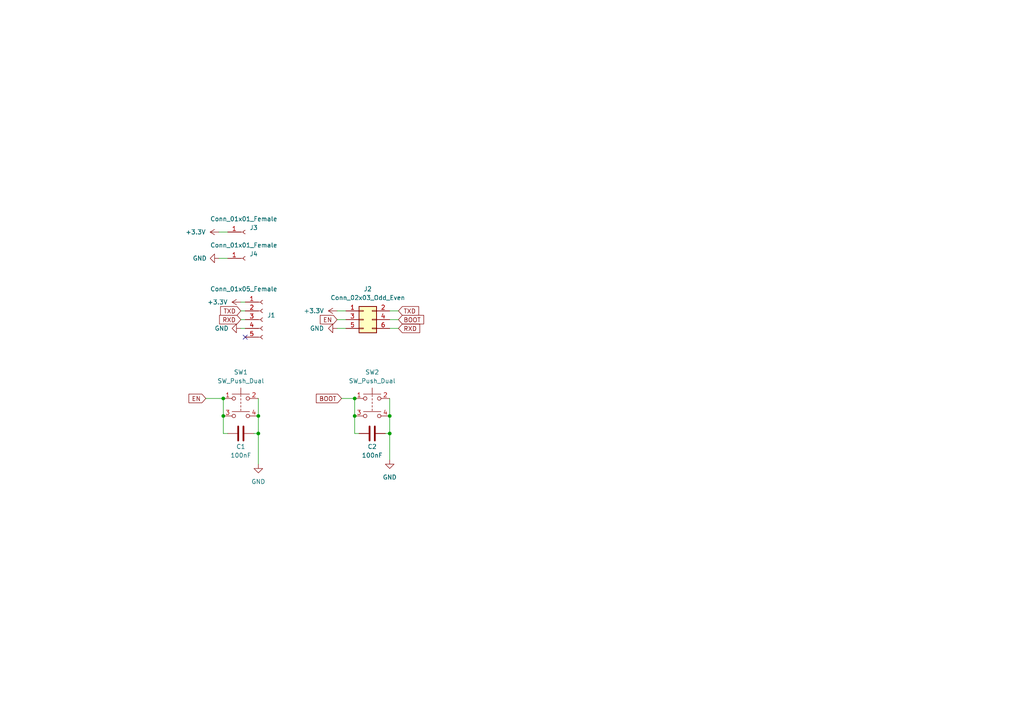
<source format=kicad_sch>
(kicad_sch (version 20211123) (generator eeschema)
  (paper "A4")
  (lib_symbols
    (symbol "Connector:Conn_01x01_Female" (pin_names (offset 1.016) hide)
      (property "Reference" "J" (at 0 2.54 0))
      (property "Value" "Conn_01x01_Female" (at 0 -2.54 0))
      (symbol "Conn_01x01_Female_1_1"
        (polyline (pts (xy -1.27 0) (xy -0.508 0)) (stroke (width 0.1524)))
        (arc (start 0 0.508) (mid -0.508 0) (end 0 -0.508) (stroke (width 0.1524)))
        (pin passive line (at -5.08 0 0) (length 3.81) (name "Pin_1") (number "1"))
      )
    )
    (symbol "Connector:Conn_01x05_Female" (pin_names (offset 1.016) hide)
      (property "Reference" "J" (at 0 7.62 0))
      (property "Value" "Conn_01x05_Female" (at 0 -7.62 0))
      (symbol "Conn_01x05_Female_1_1"
        (arc (start 0 -4.572) (mid -0.508 -5.08) (end 0 -5.588) (stroke (width 0.1524)))
        (arc (start 0 -2.032) (mid -0.508 -2.54) (end 0 -3.048) (stroke (width 0.1524)))
        (polyline (pts (xy -1.27 -5.08) (xy -0.508 -5.08)) (stroke (width 0.1524)))
        (polyline (pts (xy -1.27 -2.54) (xy -0.508 -2.54)) (stroke (width 0.1524)))
        (polyline (pts (xy -1.27 0) (xy -0.508 0)) (stroke (width 0.1524)))
        (polyline (pts (xy -1.27 2.54) (xy -0.508 2.54)) (stroke (width 0.1524)))
        (polyline (pts (xy -1.27 5.08) (xy -0.508 5.08)) (stroke (width 0.1524)))
        (arc (start 0 0.508) (mid -0.508 0) (end 0 -0.508) (stroke (width 0.1524)))
        (arc (start 0 3.048) (mid -0.508 2.54) (end 0 2.032) (stroke (width 0.1524)))
        (arc (start 0 5.588) (mid -0.508 5.08) (end 0 4.572) (stroke (width 0.1524)))
        (pin passive line (at -5.08 5.08 0) (length 3.81) (name "Pin_1") (number "1"))
        (pin passive line (at -5.08 2.54 0) (length 3.81) (name "Pin_2") (number "2"))
        (pin passive line (at -5.08 0 0) (length 3.81) (name "Pin_3") (number "3"))
        (pin passive line (at -5.08 -2.54 0) (length 3.81) (name "Pin_4") (number "4"))
        (pin passive line (at -5.08 -5.08 0) (length 3.81) (name "Pin_5") (number "5"))
      )
    )
    (symbol "Connector_Generic:Conn_02x03_Odd_Even" (pin_names (offset 1.016) hide)
      (property "Reference" "J" (at 1.27 5.08 0))
      (property "Value" "Conn_02x03_Odd_Even" (at 1.27 -5.08 0))
      (symbol "Conn_02x03_Odd_Even_1_1"
        (rectangle (start -1.27 -2.413) (end 0 -2.667) (stroke (width 0.1524)))
        (rectangle (start -1.27 0.127) (end 0 -0.127) (stroke (width 0.1524)))
        (rectangle (start -1.27 2.667) (end 0 2.413) (stroke (width 0.1524)))
        (rectangle (start -1.27 3.81) (end 3.81 -3.81) (stroke (width 0.254)) (fill (type background)))
        (rectangle (start 3.81 -2.413) (end 2.54 -2.667) (stroke (width 0.1524)))
        (rectangle (start 3.81 0.127) (end 2.54 -0.127) (stroke (width 0.1524)))
        (rectangle (start 3.81 2.667) (end 2.54 2.413) (stroke (width 0.1524)))
        (pin passive line (at -5.08 2.54 0) (length 3.81) (name "Pin_1") (number "1"))
        (pin passive line (at 7.62 2.54 180) (length 3.81) (name "Pin_2") (number "2"))
        (pin passive line (at -5.08 0 0) (length 3.81) (name "Pin_3") (number "3"))
        (pin passive line (at 7.62 0 180) (length 3.81) (name "Pin_4") (number "4"))
        (pin passive line (at -5.08 -2.54 0) (length 3.81) (name "Pin_5") (number "5"))
        (pin passive line (at 7.62 -2.54 180) (length 3.81) (name "Pin_6") (number "6"))
      )
    )
    (symbol "Device:C" (pin_numbers hide) (pin_names (offset 0.254))
      (property "Reference" "C" (at 0.635 2.54 0))
      (property "Value" "C" (at 0.635 -2.54 0))
      (symbol "C_0_1"
        (polyline (pts (xy -2.032 -0.762) (xy 2.032 -0.762)) (stroke (width 0.508)))
        (polyline (pts (xy -2.032 0.762) (xy 2.032 0.762)) (stroke (width 0.508)))
      )
      (symbol "C_1_1"
        (pin passive line (at 0 3.81 270) (length 2.794) (name "~") (number "1"))
        (pin passive line (at 0 -3.81 90) (length 2.794) (name "~") (number "2"))
      )
    )
    (symbol "Switch:SW_Push_Dual" (pin_names (offset 1.016) hide)
      (property "Reference" "SW" (at 1.27 2.54 0))
      (property "Value" "SW_Push_Dual" (at 0 -6.858 0))
      (symbol "SW_Push_Dual_0_1"
        (circle (center -2.032 -5.08) (radius 0.508))
        (circle (center -2.032 0) (radius 0.508))
        (polyline (pts (xy 0 -3.048) (xy 0 -3.556)))
        (polyline (pts (xy 0 -2.032) (xy 0 -2.54)))
        (polyline (pts (xy 0 -1.524) (xy 0 -1.016)))
        (polyline (pts (xy 0 -0.508) (xy 0 0)))
        (polyline (pts (xy 0 0.508) (xy 0 1.016)))
        (polyline (pts (xy 0 1.27) (xy 0 3.048)))
        (polyline (pts (xy 2.54 -3.81) (xy -2.54 -3.81)))
        (polyline (pts (xy 2.54 1.27) (xy -2.54 1.27)))
        (circle (center 2.032 -5.08) (radius 0.508))
        (circle (center 2.032 0) (radius 0.508))
        (pin passive line (at -5.08 0 0) (length 2.54) (name "1") (number "1"))
        (pin passive line (at 5.08 0 180) (length 2.54) (name "2") (number "2"))
        (pin passive line (at -5.08 -5.08 0) (length 2.54) (name "3") (number "3"))
        (pin passive line (at 5.08 -5.08 180) (length 2.54) (name "4") (number "4"))
      )
    )
    (symbol "power:+3.3V" (power) (pin_names (offset 0))
      (property "Value" "+3.3V" (at 0 3.556 0))
      (symbol "+3.3V_0_1"
        (polyline (pts (xy -0.762 1.27) (xy 0 2.54)))
        (polyline (pts (xy 0 0) (xy 0 2.54)))
        (polyline (pts (xy 0 2.54) (xy 0.762 1.27)))
      )
      (symbol "+3.3V_1_1"
        (pin power_in line (at 0 0 90) (length 0) hide (name "+3.3V") (number "1"))
      )
    )
    (symbol "power:GND" (power) (pin_names (offset 0))
      (property "Value" "GND" (at 0 -3.81 0))
      (symbol "GND_0_1"
        (polyline (pts (xy 0 0) (xy 0 -1.27) (xy 1.27 -1.27) (xy 0 -2.54) (xy -1.27 -1.27) (xy 0 -1.27)))
      )
      (symbol "GND_1_1"
        (pin power_in line (at 0 0 270) (length 0) hide (name "GND") (number "1"))
      )
    )
  )
  (junction (at 64.77 115.57))
  (junction (at 74.93 125.73))
  (junction (at 64.77 120.65))
  (junction (at 113.03 120.65))
  (junction (at 113.03 125.73))
  (junction (at 102.87 115.57))
  (junction (at 102.87 120.65))
  (junction (at 74.93 120.65))
  (no_connect (at 71.12 97.79))
  (wire (pts (xy 64.77 125.73) (xy 66.04 125.73)))
  (wire (pts (xy 102.87 115.57) (xy 102.87 120.65)))
  (wire (pts (xy 99.06 115.57) (xy 102.87 115.57)))
  (wire (pts (xy 69.85 92.71) (xy 71.12 92.71)))
  (wire (pts (xy 113.03 120.65) (xy 113.03 125.73)))
  (wire (pts (xy 113.03 115.57) (xy 113.03 120.65)))
  (wire (pts (xy 69.85 87.63) (xy 71.12 87.63)))
  (wire (pts (xy 113.03 125.73) (xy 113.03 133.35)))
  (wire (pts (xy 69.85 95.25) (xy 71.12 95.25)))
  (wire (pts (xy 111.76 125.73) (xy 113.03 125.73)))
  (wire (pts (xy 63.5 74.93) (xy 66.04 74.93)))
  (wire (pts (xy 69.85 90.17) (xy 71.12 90.17)))
  (wire (pts (xy 102.87 125.73) (xy 104.14 125.73)))
  (wire (pts (xy 73.66 125.73) (xy 74.93 125.73)))
  (wire (pts (xy 97.79 92.71) (xy 100.33 92.71)))
  (wire (pts (xy 113.03 92.71) (xy 115.57 92.71)))
  (wire (pts (xy 113.03 95.25) (xy 115.57 95.25)))
  (wire (pts (xy 64.77 115.57) (xy 64.77 120.65)))
  (wire (pts (xy 113.03 90.17) (xy 115.57 90.17)))
  (wire (pts (xy 97.79 95.25) (xy 100.33 95.25)))
  (wire (pts (xy 59.69 115.57) (xy 64.77 115.57)))
  (wire (pts (xy 102.87 120.65) (xy 102.87 125.73)))
  (wire (pts (xy 74.93 115.57) (xy 74.93 120.65)))
  (wire (pts (xy 97.79 90.17) (xy 100.33 90.17)))
  (wire (pts (xy 64.77 120.65) (xy 64.77 125.73)))
  (wire (pts (xy 63.5 67.31) (xy 66.04 67.31)))
  (wire (pts (xy 74.93 120.65) (xy 74.93 125.73)))
  (wire (pts (xy 74.93 125.73) (xy 74.93 134.62)))
  (global_label "BOOT" (shape input) (at 99.06 115.57 180) (property "Intersheet References" "${INTERSHEET_REFS}" (effects hide)))
  (global_label "RXD" (shape input) (at 115.57 95.25 0) (property "Intersheet References" "${INTERSHEET_REFS}" (effects hide)))
  (global_label "EN" (shape input) (at 97.79 92.71 180) (property "Intersheet References" "${INTERSHEET_REFS}" (effects hide)))
  (global_label "TXD" (shape input) (at 69.85 90.17 180) (property "Intersheet References" "${INTERSHEET_REFS}" (effects hide)))
  (global_label "EN" (shape input) (at 59.69 115.57 180) (property "Intersheet References" "${INTERSHEET_REFS}" (effects hide)))
  (global_label "TXD" (shape input) (at 115.57 90.17 0) (property "Intersheet References" "${INTERSHEET_REFS}" (effects hide)))
  (global_label "BOOT" (shape input) (at 115.57 92.71 0) (property "Intersheet References" "${INTERSHEET_REFS}" (effects hide)))
  (global_label "RXD" (shape input) (at 69.85 92.71 180) (property "Intersheet References" "${INTERSHEET_REFS}" (effects hide)))
  (symbol (lib_id "Device:C") (at 69.85 125.73 90) (unit 1)
    (property "Reference" "C1" (at 69.85 129.54 90))
    (property "Value" "100nF" (at 69.85 132.08 90))
    (property "Footprint" "Capacitor_SMD:C_0805_2012Metric" (effects hide))
  )
  (symbol (lib_id "Switch:SW_Push_Dual") (at 69.85 115.57 0) (unit 1)
    (property "Reference" "SW1" (at 69.85 107.95 0))
    (property "Value" "SW_Push_Dual" (at 69.85 110.49 0))
    (property "Footprint" "Button_Switch_SMD:SW_Push_1P1T_NO_6x6mm_H9.5mm" (effects hide))
  )
  (symbol (lib_id "Switch:SW_Push_Dual") (at 107.95 115.57 0) (unit 1)
    (property "Reference" "SW2" (at 107.95 107.95 0))
    (property "Value" "SW_Push_Dual" (at 107.95 110.49 0))
    (property "Footprint" "Button_Switch_SMD:SW_Push_1P1T_NO_6x6mm_H9.5mm" (effects hide))
  )
  (symbol (lib_id "power:+3.3V") (at 69.85 87.63 90) (unit 1)
    (property "Reference" "#PWR0103" (effects hide))
    (property "Value" "+3.3V" (at 66.04 87.6299 90) (effects (justify left)))
  )
  (symbol (lib_id "Connector:Conn_01x01_Female") (at 71.12 67.31 0) (unit 1)
    (property "Reference" "J3" (at 72.39 66.0399 0) (effects (justify left)))
    (property "Value" "Conn_01x01_Female" (at 60.96 63.4999 0) (effects (justify left)))
    (property "Footprint" "Connector_PinSocket_2.54mm:PinSocket_1x01_P2.54mm_Vertical" (effects hide))
  )
  (symbol (lib_id "Connector_Generic:Conn_02x03_Odd_Even") (at 105.41 92.71 0) (unit 1)
    (property "Reference" "J2" (at 106.68 83.82 0))
    (property "Value" "Conn_02x03_Odd_Even" (at 106.68 86.36 0))
    (property "Footprint" "Connector_IDC:IDC-Header_2x03_P2.54mm_Vertical" (effects hide))
  )
  (symbol (lib_id "power:GND") (at 74.93 134.62 0) (unit 1)
    (property "Reference" "#PWR01" (effects hide))
    (property "Value" "GND" (at 74.93 139.7 0))
  )
  (symbol (lib_id "power:GND") (at 113.03 133.35 0) (unit 1)
    (property "Reference" "#PWR02" (effects hide))
    (property "Value" "GND" (at 113.03 138.43 0))
  )
  (symbol (lib_id "Device:C") (at 107.95 125.73 90) (unit 1)
    (property "Reference" "C2" (at 107.95 129.54 90))
    (property "Value" "100nF" (at 107.95 132.08 90))
    (property "Footprint" "Capacitor_SMD:C_0805_2012Metric" (effects hide))
  )
  (symbol (lib_id "power:GND") (at 97.79 95.25 270) (unit 1)
    (property "Reference" "#PWR0102" (effects hide))
    (property "Value" "GND" (at 93.98 95.2499 90) (effects (justify right)))
  )
  (symbol (lib_id "power:+3.3V") (at 63.5 67.31 90) (unit 1)
    (property "Reference" "#PWR0105" (effects hide))
    (property "Value" "+3.3V" (at 59.69 67.3099 90) (effects (justify left)))
  )
  (symbol (lib_id "Connector:Conn_01x05_Female") (at 76.2 92.71 0) (unit 1)
    (property "Reference" "J1" (at 77.47 91.4399 0) (effects (justify left)))
    (property "Value" "Conn_01x05_Female" (at 60.96 83.8199 0) (effects (justify left)))
    (property "Footprint" "Connector_PinSocket_2.54mm:PinSocket_1x05_P2.54mm_Horizontal" (effects hide))
  )
  (symbol (lib_id "power:GND") (at 69.85 95.25 270) (unit 1)
    (property "Reference" "#PWR0104" (effects hide))
    (property "Value" "GND" (at 62.23 95.2499 90) (effects (justify left)))
  )
  (symbol (lib_id "power:GND") (at 63.5 74.93 270) (unit 1)
    (property "Reference" "#PWR0106" (effects hide))
    (property "Value" "GND" (at 55.88 74.9299 90) (effects (justify left)))
  )
  (symbol (lib_id "power:+3.3V") (at 97.79 90.17 90) (unit 1)
    (property "Reference" "#PWR0101" (effects hide))
    (property "Value" "+3.3V" (at 93.98 90.1699 90) (effects (justify left)))
  )
  (symbol (lib_id "Connector:Conn_01x01_Female") (at 71.12 74.93 0) (unit 1)
    (property "Reference" "J4" (at 72.39 73.6599 0) (effects (justify left)))
    (property "Value" "Conn_01x01_Female" (at 60.96 71.1199 0) (effects (justify left)))
    (property "Footprint" "Connector_PinSocket_2.54mm:PinSocket_1x01_P2.54mm_Vertical" (effects hide))
  )
)
</source>
